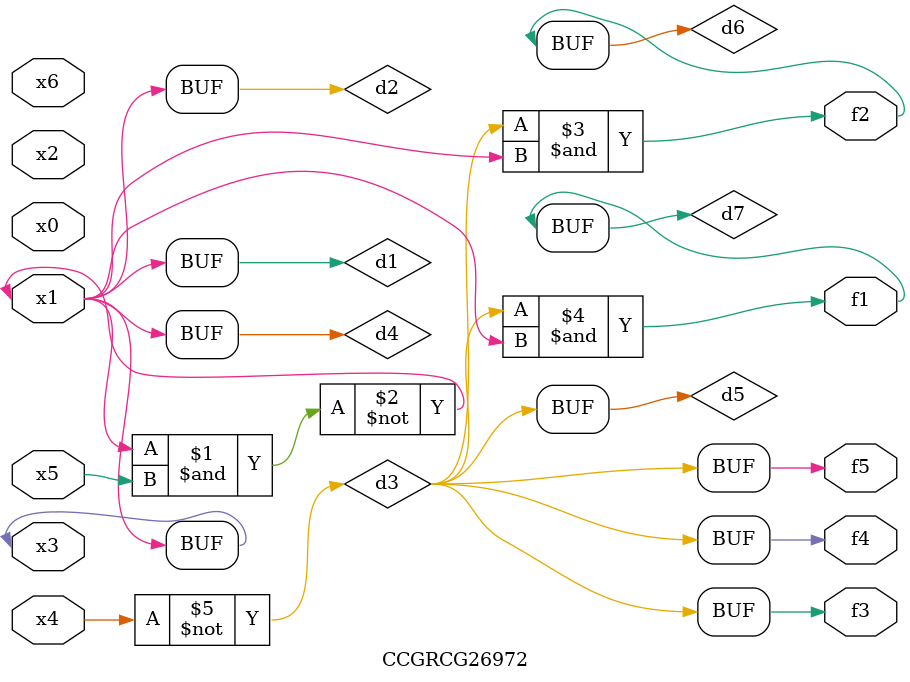
<source format=v>
module CCGRCG26972(
	input x0, x1, x2, x3, x4, x5, x6,
	output f1, f2, f3, f4, f5
);

	wire d1, d2, d3, d4, d5, d6, d7;

	buf (d1, x1, x3);
	nand (d2, x1, x5);
	not (d3, x4);
	buf (d4, d1, d2);
	buf (d5, d3);
	and (d6, d3, d4);
	and (d7, d3, d4);
	assign f1 = d7;
	assign f2 = d6;
	assign f3 = d5;
	assign f4 = d5;
	assign f5 = d5;
endmodule

</source>
